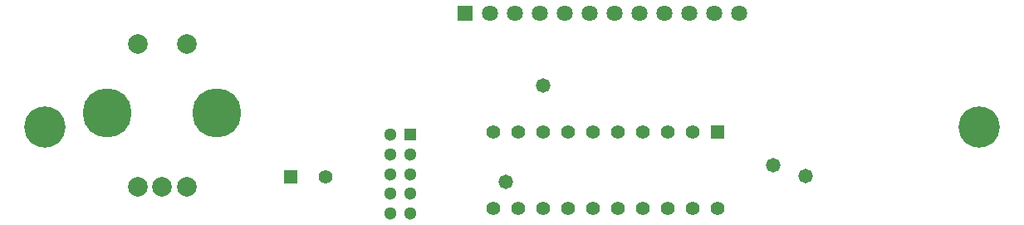
<source format=gbr>
G04*
G04 #@! TF.GenerationSoftware,Altium Limited,Altium Designer,24.4.1 (13)*
G04*
G04 Layer_Color=16711935*
%FSLAX25Y25*%
%MOIN*%
G70*
G04*
G04 #@! TF.SameCoordinates,C8804EEA-F542-44AB-9C48-69CCBEB50276*
G04*
G04*
G04 #@! TF.FilePolarity,Negative*
G04*
G01*
G75*
%ADD16C,0.07887*%
%ADD17C,0.19698*%
%ADD18C,0.06410*%
%ADD19R,0.06410X0.06410*%
%ADD20C,0.05524*%
%ADD21R,0.05524X0.05524*%
%ADD22C,0.05485*%
%ADD23R,0.05485X0.05485*%
%ADD24C,0.05118*%
%ADD25R,0.05118X0.05118*%
%ADD26C,0.16548*%
%ADD27C,0.05800*%
D16*
X214657Y368472D02*
D03*
X234343D02*
D03*
X224500D02*
D03*
X214657Y425559D02*
D03*
X234343D02*
D03*
D17*
X246547Y398000D02*
D03*
X202453D02*
D03*
D18*
X456000Y438000D02*
D03*
X366000D02*
D03*
X356000D02*
D03*
X386000D02*
D03*
X376000D02*
D03*
X396000D02*
D03*
X406000D02*
D03*
X446000D02*
D03*
X416000D02*
D03*
X426000D02*
D03*
X436000D02*
D03*
D19*
X346000D02*
D03*
D20*
X290000Y372500D02*
D03*
D21*
X276220D02*
D03*
D22*
X447500Y359685D02*
D03*
X437500D02*
D03*
X427500D02*
D03*
X417500D02*
D03*
X407500D02*
D03*
X397500D02*
D03*
X387500D02*
D03*
X377500D02*
D03*
X367500D02*
D03*
X357500D02*
D03*
Y390315D02*
D03*
X367500D02*
D03*
X377500D02*
D03*
X387500D02*
D03*
X397500D02*
D03*
X407500D02*
D03*
X417500D02*
D03*
X427500D02*
D03*
X437500D02*
D03*
D23*
X447500D02*
D03*
D24*
X316063Y357752D02*
D03*
Y365626D02*
D03*
Y373500D02*
D03*
Y381374D02*
D03*
Y389248D02*
D03*
X323937Y357752D02*
D03*
Y365626D02*
D03*
Y373500D02*
D03*
Y381374D02*
D03*
D25*
Y389248D02*
D03*
D26*
X177500Y392500D02*
D03*
X552500D02*
D03*
D27*
X377500Y409000D02*
D03*
X362500Y370400D02*
D03*
X482800Y372600D02*
D03*
X469700Y377100D02*
D03*
M02*

</source>
